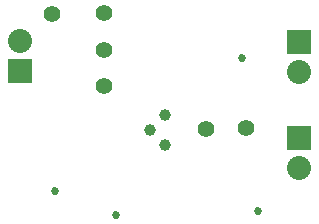
<source format=gbs>
G04 #@! TF.FileFunction,Soldermask,Bot*
%FSLAX46Y46*%
G04 Gerber Fmt 4.6, Leading zero omitted, Abs format (unit mm)*
G04 Created by KiCad (PCBNEW 4.0.1-stable) date 2/14/2016 8:13:32 PM*
%MOMM*%
G01*
G04 APERTURE LIST*
%ADD10C,0.100000*%
%ADD11R,2.032000X2.032000*%
%ADD12O,2.032000X2.032000*%
%ADD13C,1.397000*%
%ADD14C,1.000760*%
%ADD15C,0.685800*%
G04 APERTURE END LIST*
D10*
D11*
X140400000Y-104850000D03*
D12*
X140400000Y-102310000D03*
D11*
X164060000Y-110450000D03*
D12*
X164060000Y-112990000D03*
D11*
X164070000Y-102330000D03*
D12*
X164070000Y-104870000D03*
D13*
X147520000Y-103010000D03*
X147540000Y-106100000D03*
X147520000Y-99930000D03*
X156220000Y-109740000D03*
X159550000Y-109610000D03*
D14*
X151460000Y-109780000D03*
X152730000Y-108510000D03*
X152730000Y-111050000D03*
D13*
X143110000Y-99950000D03*
D15*
X143360000Y-114970000D03*
X160610000Y-116690000D03*
X148520000Y-116970000D03*
X159190000Y-103750000D03*
M02*

</source>
